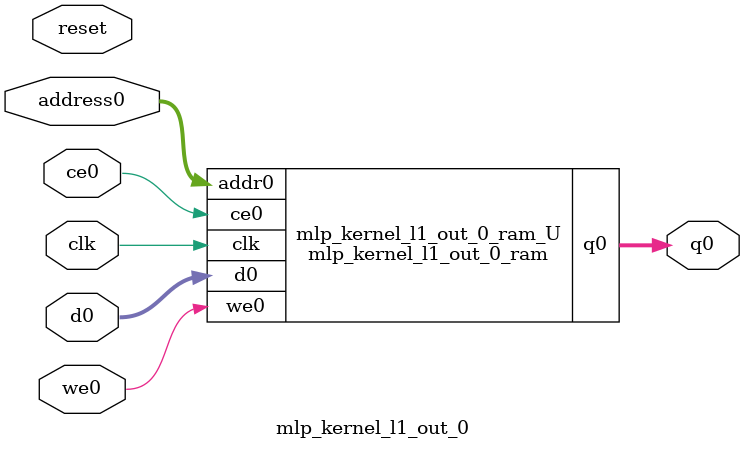
<source format=v>
`timescale 1 ns / 1 ps
module mlp_kernel_l1_out_0_ram (addr0, ce0, d0, we0, q0,  clk);

parameter DWIDTH = 15;
parameter AWIDTH = 5;
parameter MEM_SIZE = 32;

input[AWIDTH-1:0] addr0;
input ce0;
input[DWIDTH-1:0] d0;
input we0;
output reg[DWIDTH-1:0] q0;
input clk;

(* ram_style = "distributed" *)reg [DWIDTH-1:0] ram[0:MEM_SIZE-1];




always @(posedge clk)  
begin 
    if (ce0) begin
        if (we0) 
            ram[addr0] <= d0; 
        q0 <= ram[addr0];
    end
end


endmodule

`timescale 1 ns / 1 ps
module mlp_kernel_l1_out_0(
    reset,
    clk,
    address0,
    ce0,
    we0,
    d0,
    q0);

parameter DataWidth = 32'd15;
parameter AddressRange = 32'd32;
parameter AddressWidth = 32'd5;
input reset;
input clk;
input[AddressWidth - 1:0] address0;
input ce0;
input we0;
input[DataWidth - 1:0] d0;
output[DataWidth - 1:0] q0;



mlp_kernel_l1_out_0_ram mlp_kernel_l1_out_0_ram_U(
    .clk( clk ),
    .addr0( address0 ),
    .ce0( ce0 ),
    .we0( we0 ),
    .d0( d0 ),
    .q0( q0 ));

endmodule


</source>
